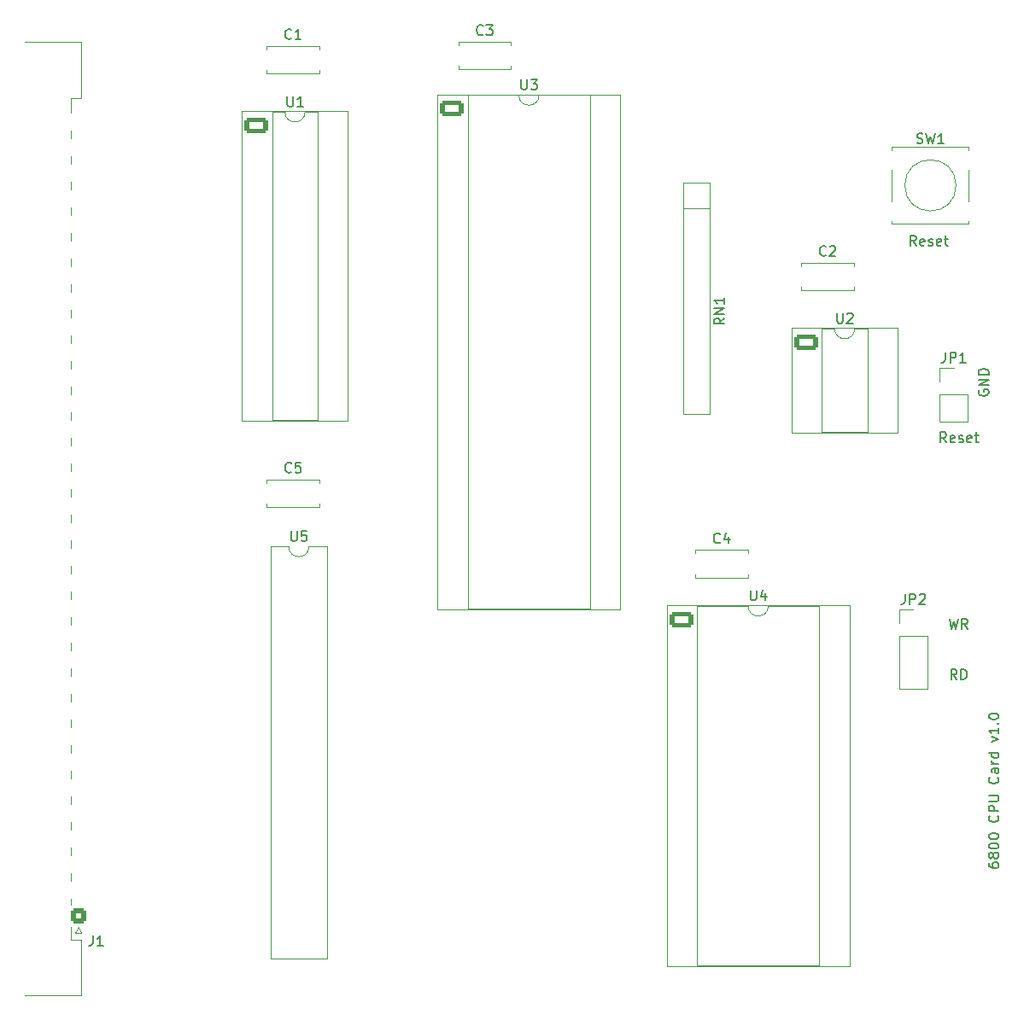
<source format=gto>
G04 #@! TF.GenerationSoftware,KiCad,Pcbnew,9.0.5*
G04 #@! TF.CreationDate,2025-12-18T09:10:18+11:00*
G04 #@! TF.ProjectId,MECB_6800_CPU,4d454342-5f36-4383-9030-5f4350552e6b,1.0*
G04 #@! TF.SameCoordinates,Original*
G04 #@! TF.FileFunction,Legend,Top*
G04 #@! TF.FilePolarity,Positive*
%FSLAX46Y46*%
G04 Gerber Fmt 4.6, Leading zero omitted, Abs format (unit mm)*
G04 Created by KiCad (PCBNEW 9.0.5) date 2025-12-18 09:10:18*
%MOMM*%
%LPD*%
G01*
G04 APERTURE LIST*
G04 Aperture macros list*
%AMRoundRect*
0 Rectangle with rounded corners*
0 $1 Rounding radius*
0 $2 $3 $4 $5 $6 $7 $8 $9 X,Y pos of 4 corners*
0 Add a 4 corners polygon primitive as box body*
4,1,4,$2,$3,$4,$5,$6,$7,$8,$9,$2,$3,0*
0 Add four circle primitives for the rounded corners*
1,1,$1+$1,$2,$3*
1,1,$1+$1,$4,$5*
1,1,$1+$1,$6,$7*
1,1,$1+$1,$8,$9*
0 Add four rect primitives between the rounded corners*
20,1,$1+$1,$2,$3,$4,$5,0*
20,1,$1+$1,$4,$5,$6,$7,0*
20,1,$1+$1,$6,$7,$8,$9,0*
20,1,$1+$1,$8,$9,$2,$3,0*%
G04 Aperture macros list end*
%ADD10C,0.150000*%
%ADD11C,0.120000*%
%ADD12R,1.600000X1.600000*%
%ADD13O,1.600000X1.600000*%
%ADD14C,3.200000*%
%ADD15C,2.850000*%
%ADD16RoundRect,0.249550X0.525450X-0.525450X0.525450X0.525450X-0.525450X0.525450X-0.525450X-0.525450X0*%
%ADD17C,1.550000*%
%ADD18RoundRect,0.250000X-0.950000X-0.550000X0.950000X-0.550000X0.950000X0.550000X-0.950000X0.550000X0*%
%ADD19O,2.400000X1.600000*%
%ADD20C,1.600000*%
%ADD21C,1.397000*%
%ADD22R,1.700000X1.700000*%
%ADD23C,1.700000*%
G04 APERTURE END LIST*
D10*
X187761904Y-88954819D02*
X187428571Y-88478628D01*
X187190476Y-88954819D02*
X187190476Y-87954819D01*
X187190476Y-87954819D02*
X187571428Y-87954819D01*
X187571428Y-87954819D02*
X187666666Y-88002438D01*
X187666666Y-88002438D02*
X187714285Y-88050057D01*
X187714285Y-88050057D02*
X187761904Y-88145295D01*
X187761904Y-88145295D02*
X187761904Y-88288152D01*
X187761904Y-88288152D02*
X187714285Y-88383390D01*
X187714285Y-88383390D02*
X187666666Y-88431009D01*
X187666666Y-88431009D02*
X187571428Y-88478628D01*
X187571428Y-88478628D02*
X187190476Y-88478628D01*
X188571428Y-88907200D02*
X188476190Y-88954819D01*
X188476190Y-88954819D02*
X188285714Y-88954819D01*
X188285714Y-88954819D02*
X188190476Y-88907200D01*
X188190476Y-88907200D02*
X188142857Y-88811961D01*
X188142857Y-88811961D02*
X188142857Y-88431009D01*
X188142857Y-88431009D02*
X188190476Y-88335771D01*
X188190476Y-88335771D02*
X188285714Y-88288152D01*
X188285714Y-88288152D02*
X188476190Y-88288152D01*
X188476190Y-88288152D02*
X188571428Y-88335771D01*
X188571428Y-88335771D02*
X188619047Y-88431009D01*
X188619047Y-88431009D02*
X188619047Y-88526247D01*
X188619047Y-88526247D02*
X188142857Y-88621485D01*
X189000000Y-88907200D02*
X189095238Y-88954819D01*
X189095238Y-88954819D02*
X189285714Y-88954819D01*
X189285714Y-88954819D02*
X189380952Y-88907200D01*
X189380952Y-88907200D02*
X189428571Y-88811961D01*
X189428571Y-88811961D02*
X189428571Y-88764342D01*
X189428571Y-88764342D02*
X189380952Y-88669104D01*
X189380952Y-88669104D02*
X189285714Y-88621485D01*
X189285714Y-88621485D02*
X189142857Y-88621485D01*
X189142857Y-88621485D02*
X189047619Y-88573866D01*
X189047619Y-88573866D02*
X189000000Y-88478628D01*
X189000000Y-88478628D02*
X189000000Y-88431009D01*
X189000000Y-88431009D02*
X189047619Y-88335771D01*
X189047619Y-88335771D02*
X189142857Y-88288152D01*
X189142857Y-88288152D02*
X189285714Y-88288152D01*
X189285714Y-88288152D02*
X189380952Y-88335771D01*
X190238095Y-88907200D02*
X190142857Y-88954819D01*
X190142857Y-88954819D02*
X189952381Y-88954819D01*
X189952381Y-88954819D02*
X189857143Y-88907200D01*
X189857143Y-88907200D02*
X189809524Y-88811961D01*
X189809524Y-88811961D02*
X189809524Y-88431009D01*
X189809524Y-88431009D02*
X189857143Y-88335771D01*
X189857143Y-88335771D02*
X189952381Y-88288152D01*
X189952381Y-88288152D02*
X190142857Y-88288152D01*
X190142857Y-88288152D02*
X190238095Y-88335771D01*
X190238095Y-88335771D02*
X190285714Y-88431009D01*
X190285714Y-88431009D02*
X190285714Y-88526247D01*
X190285714Y-88526247D02*
X189809524Y-88621485D01*
X190571429Y-88288152D02*
X190952381Y-88288152D01*
X190714286Y-87954819D02*
X190714286Y-88811961D01*
X190714286Y-88811961D02*
X190761905Y-88907200D01*
X190761905Y-88907200D02*
X190857143Y-88954819D01*
X190857143Y-88954819D02*
X190952381Y-88954819D01*
X191002438Y-83761904D02*
X190954819Y-83857142D01*
X190954819Y-83857142D02*
X190954819Y-83999999D01*
X190954819Y-83999999D02*
X191002438Y-84142856D01*
X191002438Y-84142856D02*
X191097676Y-84238094D01*
X191097676Y-84238094D02*
X191192914Y-84285713D01*
X191192914Y-84285713D02*
X191383390Y-84333332D01*
X191383390Y-84333332D02*
X191526247Y-84333332D01*
X191526247Y-84333332D02*
X191716723Y-84285713D01*
X191716723Y-84285713D02*
X191811961Y-84238094D01*
X191811961Y-84238094D02*
X191907200Y-84142856D01*
X191907200Y-84142856D02*
X191954819Y-83999999D01*
X191954819Y-83999999D02*
X191954819Y-83904761D01*
X191954819Y-83904761D02*
X191907200Y-83761904D01*
X191907200Y-83761904D02*
X191859580Y-83714285D01*
X191859580Y-83714285D02*
X191526247Y-83714285D01*
X191526247Y-83714285D02*
X191526247Y-83904761D01*
X191954819Y-83285713D02*
X190954819Y-83285713D01*
X190954819Y-83285713D02*
X191954819Y-82714285D01*
X191954819Y-82714285D02*
X190954819Y-82714285D01*
X191954819Y-82238094D02*
X190954819Y-82238094D01*
X190954819Y-82238094D02*
X190954819Y-81999999D01*
X190954819Y-81999999D02*
X191002438Y-81857142D01*
X191002438Y-81857142D02*
X191097676Y-81761904D01*
X191097676Y-81761904D02*
X191192914Y-81714285D01*
X191192914Y-81714285D02*
X191383390Y-81666666D01*
X191383390Y-81666666D02*
X191526247Y-81666666D01*
X191526247Y-81666666D02*
X191716723Y-81714285D01*
X191716723Y-81714285D02*
X191811961Y-81761904D01*
X191811961Y-81761904D02*
X191907200Y-81857142D01*
X191907200Y-81857142D02*
X191954819Y-81999999D01*
X191954819Y-81999999D02*
X191954819Y-82238094D01*
X188071429Y-106454819D02*
X188309524Y-107454819D01*
X188309524Y-107454819D02*
X188500000Y-106740533D01*
X188500000Y-106740533D02*
X188690476Y-107454819D01*
X188690476Y-107454819D02*
X188928572Y-106454819D01*
X189880952Y-107454819D02*
X189547619Y-106978628D01*
X189309524Y-107454819D02*
X189309524Y-106454819D01*
X189309524Y-106454819D02*
X189690476Y-106454819D01*
X189690476Y-106454819D02*
X189785714Y-106502438D01*
X189785714Y-106502438D02*
X189833333Y-106550057D01*
X189833333Y-106550057D02*
X189880952Y-106645295D01*
X189880952Y-106645295D02*
X189880952Y-106788152D01*
X189880952Y-106788152D02*
X189833333Y-106883390D01*
X189833333Y-106883390D02*
X189785714Y-106931009D01*
X189785714Y-106931009D02*
X189690476Y-106978628D01*
X189690476Y-106978628D02*
X189309524Y-106978628D01*
X184761904Y-69454819D02*
X184428571Y-68978628D01*
X184190476Y-69454819D02*
X184190476Y-68454819D01*
X184190476Y-68454819D02*
X184571428Y-68454819D01*
X184571428Y-68454819D02*
X184666666Y-68502438D01*
X184666666Y-68502438D02*
X184714285Y-68550057D01*
X184714285Y-68550057D02*
X184761904Y-68645295D01*
X184761904Y-68645295D02*
X184761904Y-68788152D01*
X184761904Y-68788152D02*
X184714285Y-68883390D01*
X184714285Y-68883390D02*
X184666666Y-68931009D01*
X184666666Y-68931009D02*
X184571428Y-68978628D01*
X184571428Y-68978628D02*
X184190476Y-68978628D01*
X185571428Y-69407200D02*
X185476190Y-69454819D01*
X185476190Y-69454819D02*
X185285714Y-69454819D01*
X185285714Y-69454819D02*
X185190476Y-69407200D01*
X185190476Y-69407200D02*
X185142857Y-69311961D01*
X185142857Y-69311961D02*
X185142857Y-68931009D01*
X185142857Y-68931009D02*
X185190476Y-68835771D01*
X185190476Y-68835771D02*
X185285714Y-68788152D01*
X185285714Y-68788152D02*
X185476190Y-68788152D01*
X185476190Y-68788152D02*
X185571428Y-68835771D01*
X185571428Y-68835771D02*
X185619047Y-68931009D01*
X185619047Y-68931009D02*
X185619047Y-69026247D01*
X185619047Y-69026247D02*
X185142857Y-69121485D01*
X186000000Y-69407200D02*
X186095238Y-69454819D01*
X186095238Y-69454819D02*
X186285714Y-69454819D01*
X186285714Y-69454819D02*
X186380952Y-69407200D01*
X186380952Y-69407200D02*
X186428571Y-69311961D01*
X186428571Y-69311961D02*
X186428571Y-69264342D01*
X186428571Y-69264342D02*
X186380952Y-69169104D01*
X186380952Y-69169104D02*
X186285714Y-69121485D01*
X186285714Y-69121485D02*
X186142857Y-69121485D01*
X186142857Y-69121485D02*
X186047619Y-69073866D01*
X186047619Y-69073866D02*
X186000000Y-68978628D01*
X186000000Y-68978628D02*
X186000000Y-68931009D01*
X186000000Y-68931009D02*
X186047619Y-68835771D01*
X186047619Y-68835771D02*
X186142857Y-68788152D01*
X186142857Y-68788152D02*
X186285714Y-68788152D01*
X186285714Y-68788152D02*
X186380952Y-68835771D01*
X187238095Y-69407200D02*
X187142857Y-69454819D01*
X187142857Y-69454819D02*
X186952381Y-69454819D01*
X186952381Y-69454819D02*
X186857143Y-69407200D01*
X186857143Y-69407200D02*
X186809524Y-69311961D01*
X186809524Y-69311961D02*
X186809524Y-68931009D01*
X186809524Y-68931009D02*
X186857143Y-68835771D01*
X186857143Y-68835771D02*
X186952381Y-68788152D01*
X186952381Y-68788152D02*
X187142857Y-68788152D01*
X187142857Y-68788152D02*
X187238095Y-68835771D01*
X187238095Y-68835771D02*
X187285714Y-68931009D01*
X187285714Y-68931009D02*
X187285714Y-69026247D01*
X187285714Y-69026247D02*
X186809524Y-69121485D01*
X187571429Y-68788152D02*
X187952381Y-68788152D01*
X187714286Y-68454819D02*
X187714286Y-69311961D01*
X187714286Y-69311961D02*
X187761905Y-69407200D01*
X187761905Y-69407200D02*
X187857143Y-69454819D01*
X187857143Y-69454819D02*
X187952381Y-69454819D01*
X188809523Y-112454819D02*
X188476190Y-111978628D01*
X188238095Y-112454819D02*
X188238095Y-111454819D01*
X188238095Y-111454819D02*
X188619047Y-111454819D01*
X188619047Y-111454819D02*
X188714285Y-111502438D01*
X188714285Y-111502438D02*
X188761904Y-111550057D01*
X188761904Y-111550057D02*
X188809523Y-111645295D01*
X188809523Y-111645295D02*
X188809523Y-111788152D01*
X188809523Y-111788152D02*
X188761904Y-111883390D01*
X188761904Y-111883390D02*
X188714285Y-111931009D01*
X188714285Y-111931009D02*
X188619047Y-111978628D01*
X188619047Y-111978628D02*
X188238095Y-111978628D01*
X189238095Y-112454819D02*
X189238095Y-111454819D01*
X189238095Y-111454819D02*
X189476190Y-111454819D01*
X189476190Y-111454819D02*
X189619047Y-111502438D01*
X189619047Y-111502438D02*
X189714285Y-111597676D01*
X189714285Y-111597676D02*
X189761904Y-111692914D01*
X189761904Y-111692914D02*
X189809523Y-111883390D01*
X189809523Y-111883390D02*
X189809523Y-112026247D01*
X189809523Y-112026247D02*
X189761904Y-112216723D01*
X189761904Y-112216723D02*
X189714285Y-112311961D01*
X189714285Y-112311961D02*
X189619047Y-112407200D01*
X189619047Y-112407200D02*
X189476190Y-112454819D01*
X189476190Y-112454819D02*
X189238095Y-112454819D01*
X191954819Y-130690476D02*
X191954819Y-130880952D01*
X191954819Y-130880952D02*
X192002438Y-130976190D01*
X192002438Y-130976190D02*
X192050057Y-131023809D01*
X192050057Y-131023809D02*
X192192914Y-131119047D01*
X192192914Y-131119047D02*
X192383390Y-131166666D01*
X192383390Y-131166666D02*
X192764342Y-131166666D01*
X192764342Y-131166666D02*
X192859580Y-131119047D01*
X192859580Y-131119047D02*
X192907200Y-131071428D01*
X192907200Y-131071428D02*
X192954819Y-130976190D01*
X192954819Y-130976190D02*
X192954819Y-130785714D01*
X192954819Y-130785714D02*
X192907200Y-130690476D01*
X192907200Y-130690476D02*
X192859580Y-130642857D01*
X192859580Y-130642857D02*
X192764342Y-130595238D01*
X192764342Y-130595238D02*
X192526247Y-130595238D01*
X192526247Y-130595238D02*
X192431009Y-130642857D01*
X192431009Y-130642857D02*
X192383390Y-130690476D01*
X192383390Y-130690476D02*
X192335771Y-130785714D01*
X192335771Y-130785714D02*
X192335771Y-130976190D01*
X192335771Y-130976190D02*
X192383390Y-131071428D01*
X192383390Y-131071428D02*
X192431009Y-131119047D01*
X192431009Y-131119047D02*
X192526247Y-131166666D01*
X192383390Y-130023809D02*
X192335771Y-130119047D01*
X192335771Y-130119047D02*
X192288152Y-130166666D01*
X192288152Y-130166666D02*
X192192914Y-130214285D01*
X192192914Y-130214285D02*
X192145295Y-130214285D01*
X192145295Y-130214285D02*
X192050057Y-130166666D01*
X192050057Y-130166666D02*
X192002438Y-130119047D01*
X192002438Y-130119047D02*
X191954819Y-130023809D01*
X191954819Y-130023809D02*
X191954819Y-129833333D01*
X191954819Y-129833333D02*
X192002438Y-129738095D01*
X192002438Y-129738095D02*
X192050057Y-129690476D01*
X192050057Y-129690476D02*
X192145295Y-129642857D01*
X192145295Y-129642857D02*
X192192914Y-129642857D01*
X192192914Y-129642857D02*
X192288152Y-129690476D01*
X192288152Y-129690476D02*
X192335771Y-129738095D01*
X192335771Y-129738095D02*
X192383390Y-129833333D01*
X192383390Y-129833333D02*
X192383390Y-130023809D01*
X192383390Y-130023809D02*
X192431009Y-130119047D01*
X192431009Y-130119047D02*
X192478628Y-130166666D01*
X192478628Y-130166666D02*
X192573866Y-130214285D01*
X192573866Y-130214285D02*
X192764342Y-130214285D01*
X192764342Y-130214285D02*
X192859580Y-130166666D01*
X192859580Y-130166666D02*
X192907200Y-130119047D01*
X192907200Y-130119047D02*
X192954819Y-130023809D01*
X192954819Y-130023809D02*
X192954819Y-129833333D01*
X192954819Y-129833333D02*
X192907200Y-129738095D01*
X192907200Y-129738095D02*
X192859580Y-129690476D01*
X192859580Y-129690476D02*
X192764342Y-129642857D01*
X192764342Y-129642857D02*
X192573866Y-129642857D01*
X192573866Y-129642857D02*
X192478628Y-129690476D01*
X192478628Y-129690476D02*
X192431009Y-129738095D01*
X192431009Y-129738095D02*
X192383390Y-129833333D01*
X191954819Y-129023809D02*
X191954819Y-128928571D01*
X191954819Y-128928571D02*
X192002438Y-128833333D01*
X192002438Y-128833333D02*
X192050057Y-128785714D01*
X192050057Y-128785714D02*
X192145295Y-128738095D01*
X192145295Y-128738095D02*
X192335771Y-128690476D01*
X192335771Y-128690476D02*
X192573866Y-128690476D01*
X192573866Y-128690476D02*
X192764342Y-128738095D01*
X192764342Y-128738095D02*
X192859580Y-128785714D01*
X192859580Y-128785714D02*
X192907200Y-128833333D01*
X192907200Y-128833333D02*
X192954819Y-128928571D01*
X192954819Y-128928571D02*
X192954819Y-129023809D01*
X192954819Y-129023809D02*
X192907200Y-129119047D01*
X192907200Y-129119047D02*
X192859580Y-129166666D01*
X192859580Y-129166666D02*
X192764342Y-129214285D01*
X192764342Y-129214285D02*
X192573866Y-129261904D01*
X192573866Y-129261904D02*
X192335771Y-129261904D01*
X192335771Y-129261904D02*
X192145295Y-129214285D01*
X192145295Y-129214285D02*
X192050057Y-129166666D01*
X192050057Y-129166666D02*
X192002438Y-129119047D01*
X192002438Y-129119047D02*
X191954819Y-129023809D01*
X191954819Y-128071428D02*
X191954819Y-127976190D01*
X191954819Y-127976190D02*
X192002438Y-127880952D01*
X192002438Y-127880952D02*
X192050057Y-127833333D01*
X192050057Y-127833333D02*
X192145295Y-127785714D01*
X192145295Y-127785714D02*
X192335771Y-127738095D01*
X192335771Y-127738095D02*
X192573866Y-127738095D01*
X192573866Y-127738095D02*
X192764342Y-127785714D01*
X192764342Y-127785714D02*
X192859580Y-127833333D01*
X192859580Y-127833333D02*
X192907200Y-127880952D01*
X192907200Y-127880952D02*
X192954819Y-127976190D01*
X192954819Y-127976190D02*
X192954819Y-128071428D01*
X192954819Y-128071428D02*
X192907200Y-128166666D01*
X192907200Y-128166666D02*
X192859580Y-128214285D01*
X192859580Y-128214285D02*
X192764342Y-128261904D01*
X192764342Y-128261904D02*
X192573866Y-128309523D01*
X192573866Y-128309523D02*
X192335771Y-128309523D01*
X192335771Y-128309523D02*
X192145295Y-128261904D01*
X192145295Y-128261904D02*
X192050057Y-128214285D01*
X192050057Y-128214285D02*
X192002438Y-128166666D01*
X192002438Y-128166666D02*
X191954819Y-128071428D01*
X192859580Y-125976190D02*
X192907200Y-126023809D01*
X192907200Y-126023809D02*
X192954819Y-126166666D01*
X192954819Y-126166666D02*
X192954819Y-126261904D01*
X192954819Y-126261904D02*
X192907200Y-126404761D01*
X192907200Y-126404761D02*
X192811961Y-126499999D01*
X192811961Y-126499999D02*
X192716723Y-126547618D01*
X192716723Y-126547618D02*
X192526247Y-126595237D01*
X192526247Y-126595237D02*
X192383390Y-126595237D01*
X192383390Y-126595237D02*
X192192914Y-126547618D01*
X192192914Y-126547618D02*
X192097676Y-126499999D01*
X192097676Y-126499999D02*
X192002438Y-126404761D01*
X192002438Y-126404761D02*
X191954819Y-126261904D01*
X191954819Y-126261904D02*
X191954819Y-126166666D01*
X191954819Y-126166666D02*
X192002438Y-126023809D01*
X192002438Y-126023809D02*
X192050057Y-125976190D01*
X192954819Y-125547618D02*
X191954819Y-125547618D01*
X191954819Y-125547618D02*
X191954819Y-125166666D01*
X191954819Y-125166666D02*
X192002438Y-125071428D01*
X192002438Y-125071428D02*
X192050057Y-125023809D01*
X192050057Y-125023809D02*
X192145295Y-124976190D01*
X192145295Y-124976190D02*
X192288152Y-124976190D01*
X192288152Y-124976190D02*
X192383390Y-125023809D01*
X192383390Y-125023809D02*
X192431009Y-125071428D01*
X192431009Y-125071428D02*
X192478628Y-125166666D01*
X192478628Y-125166666D02*
X192478628Y-125547618D01*
X191954819Y-124547618D02*
X192764342Y-124547618D01*
X192764342Y-124547618D02*
X192859580Y-124499999D01*
X192859580Y-124499999D02*
X192907200Y-124452380D01*
X192907200Y-124452380D02*
X192954819Y-124357142D01*
X192954819Y-124357142D02*
X192954819Y-124166666D01*
X192954819Y-124166666D02*
X192907200Y-124071428D01*
X192907200Y-124071428D02*
X192859580Y-124023809D01*
X192859580Y-124023809D02*
X192764342Y-123976190D01*
X192764342Y-123976190D02*
X191954819Y-123976190D01*
X192859580Y-122166666D02*
X192907200Y-122214285D01*
X192907200Y-122214285D02*
X192954819Y-122357142D01*
X192954819Y-122357142D02*
X192954819Y-122452380D01*
X192954819Y-122452380D02*
X192907200Y-122595237D01*
X192907200Y-122595237D02*
X192811961Y-122690475D01*
X192811961Y-122690475D02*
X192716723Y-122738094D01*
X192716723Y-122738094D02*
X192526247Y-122785713D01*
X192526247Y-122785713D02*
X192383390Y-122785713D01*
X192383390Y-122785713D02*
X192192914Y-122738094D01*
X192192914Y-122738094D02*
X192097676Y-122690475D01*
X192097676Y-122690475D02*
X192002438Y-122595237D01*
X192002438Y-122595237D02*
X191954819Y-122452380D01*
X191954819Y-122452380D02*
X191954819Y-122357142D01*
X191954819Y-122357142D02*
X192002438Y-122214285D01*
X192002438Y-122214285D02*
X192050057Y-122166666D01*
X192954819Y-121309523D02*
X192431009Y-121309523D01*
X192431009Y-121309523D02*
X192335771Y-121357142D01*
X192335771Y-121357142D02*
X192288152Y-121452380D01*
X192288152Y-121452380D02*
X192288152Y-121642856D01*
X192288152Y-121642856D02*
X192335771Y-121738094D01*
X192907200Y-121309523D02*
X192954819Y-121404761D01*
X192954819Y-121404761D02*
X192954819Y-121642856D01*
X192954819Y-121642856D02*
X192907200Y-121738094D01*
X192907200Y-121738094D02*
X192811961Y-121785713D01*
X192811961Y-121785713D02*
X192716723Y-121785713D01*
X192716723Y-121785713D02*
X192621485Y-121738094D01*
X192621485Y-121738094D02*
X192573866Y-121642856D01*
X192573866Y-121642856D02*
X192573866Y-121404761D01*
X192573866Y-121404761D02*
X192526247Y-121309523D01*
X192954819Y-120833332D02*
X192288152Y-120833332D01*
X192478628Y-120833332D02*
X192383390Y-120785713D01*
X192383390Y-120785713D02*
X192335771Y-120738094D01*
X192335771Y-120738094D02*
X192288152Y-120642856D01*
X192288152Y-120642856D02*
X192288152Y-120547618D01*
X192954819Y-119785713D02*
X191954819Y-119785713D01*
X192907200Y-119785713D02*
X192954819Y-119880951D01*
X192954819Y-119880951D02*
X192954819Y-120071427D01*
X192954819Y-120071427D02*
X192907200Y-120166665D01*
X192907200Y-120166665D02*
X192859580Y-120214284D01*
X192859580Y-120214284D02*
X192764342Y-120261903D01*
X192764342Y-120261903D02*
X192478628Y-120261903D01*
X192478628Y-120261903D02*
X192383390Y-120214284D01*
X192383390Y-120214284D02*
X192335771Y-120166665D01*
X192335771Y-120166665D02*
X192288152Y-120071427D01*
X192288152Y-120071427D02*
X192288152Y-119880951D01*
X192288152Y-119880951D02*
X192335771Y-119785713D01*
X192288152Y-118642855D02*
X192954819Y-118404760D01*
X192954819Y-118404760D02*
X192288152Y-118166665D01*
X192954819Y-117261903D02*
X192954819Y-117833331D01*
X192954819Y-117547617D02*
X191954819Y-117547617D01*
X191954819Y-117547617D02*
X192097676Y-117642855D01*
X192097676Y-117642855D02*
X192192914Y-117738093D01*
X192192914Y-117738093D02*
X192240533Y-117833331D01*
X192859580Y-116833331D02*
X192907200Y-116785712D01*
X192907200Y-116785712D02*
X192954819Y-116833331D01*
X192954819Y-116833331D02*
X192907200Y-116880950D01*
X192907200Y-116880950D02*
X192859580Y-116833331D01*
X192859580Y-116833331D02*
X192954819Y-116833331D01*
X191954819Y-116166665D02*
X191954819Y-116071427D01*
X191954819Y-116071427D02*
X192002438Y-115976189D01*
X192002438Y-115976189D02*
X192050057Y-115928570D01*
X192050057Y-115928570D02*
X192145295Y-115880951D01*
X192145295Y-115880951D02*
X192335771Y-115833332D01*
X192335771Y-115833332D02*
X192573866Y-115833332D01*
X192573866Y-115833332D02*
X192764342Y-115880951D01*
X192764342Y-115880951D02*
X192859580Y-115928570D01*
X192859580Y-115928570D02*
X192907200Y-115976189D01*
X192907200Y-115976189D02*
X192954819Y-116071427D01*
X192954819Y-116071427D02*
X192954819Y-116166665D01*
X192954819Y-116166665D02*
X192907200Y-116261903D01*
X192907200Y-116261903D02*
X192859580Y-116309522D01*
X192859580Y-116309522D02*
X192764342Y-116357141D01*
X192764342Y-116357141D02*
X192573866Y-116404760D01*
X192573866Y-116404760D02*
X192335771Y-116404760D01*
X192335771Y-116404760D02*
X192145295Y-116357141D01*
X192145295Y-116357141D02*
X192050057Y-116309522D01*
X192050057Y-116309522D02*
X192002438Y-116261903D01*
X192002438Y-116261903D02*
X191954819Y-116166665D01*
X122808095Y-97744819D02*
X122808095Y-98554342D01*
X122808095Y-98554342D02*
X122855714Y-98649580D01*
X122855714Y-98649580D02*
X122903333Y-98697200D01*
X122903333Y-98697200D02*
X122998571Y-98744819D01*
X122998571Y-98744819D02*
X123189047Y-98744819D01*
X123189047Y-98744819D02*
X123284285Y-98697200D01*
X123284285Y-98697200D02*
X123331904Y-98649580D01*
X123331904Y-98649580D02*
X123379523Y-98554342D01*
X123379523Y-98554342D02*
X123379523Y-97744819D01*
X124331904Y-97744819D02*
X123855714Y-97744819D01*
X123855714Y-97744819D02*
X123808095Y-98221009D01*
X123808095Y-98221009D02*
X123855714Y-98173390D01*
X123855714Y-98173390D02*
X123950952Y-98125771D01*
X123950952Y-98125771D02*
X124189047Y-98125771D01*
X124189047Y-98125771D02*
X124284285Y-98173390D01*
X124284285Y-98173390D02*
X124331904Y-98221009D01*
X124331904Y-98221009D02*
X124379523Y-98316247D01*
X124379523Y-98316247D02*
X124379523Y-98554342D01*
X124379523Y-98554342D02*
X124331904Y-98649580D01*
X124331904Y-98649580D02*
X124284285Y-98697200D01*
X124284285Y-98697200D02*
X124189047Y-98744819D01*
X124189047Y-98744819D02*
X123950952Y-98744819D01*
X123950952Y-98744819D02*
X123855714Y-98697200D01*
X123855714Y-98697200D02*
X123808095Y-98649580D01*
X103171666Y-137884819D02*
X103171666Y-138599104D01*
X103171666Y-138599104D02*
X103124047Y-138741961D01*
X103124047Y-138741961D02*
X103028809Y-138837200D01*
X103028809Y-138837200D02*
X102885952Y-138884819D01*
X102885952Y-138884819D02*
X102790714Y-138884819D01*
X104171666Y-138884819D02*
X103600238Y-138884819D01*
X103885952Y-138884819D02*
X103885952Y-137884819D01*
X103885952Y-137884819D02*
X103790714Y-138027676D01*
X103790714Y-138027676D02*
X103695476Y-138122914D01*
X103695476Y-138122914D02*
X103600238Y-138170533D01*
X168358095Y-103624819D02*
X168358095Y-104434342D01*
X168358095Y-104434342D02*
X168405714Y-104529580D01*
X168405714Y-104529580D02*
X168453333Y-104577200D01*
X168453333Y-104577200D02*
X168548571Y-104624819D01*
X168548571Y-104624819D02*
X168739047Y-104624819D01*
X168739047Y-104624819D02*
X168834285Y-104577200D01*
X168834285Y-104577200D02*
X168881904Y-104529580D01*
X168881904Y-104529580D02*
X168929523Y-104434342D01*
X168929523Y-104434342D02*
X168929523Y-103624819D01*
X169834285Y-103958152D02*
X169834285Y-104624819D01*
X169596190Y-103577200D02*
X169358095Y-104291485D01*
X169358095Y-104291485D02*
X169977142Y-104291485D01*
X176928095Y-76124819D02*
X176928095Y-76934342D01*
X176928095Y-76934342D02*
X176975714Y-77029580D01*
X176975714Y-77029580D02*
X177023333Y-77077200D01*
X177023333Y-77077200D02*
X177118571Y-77124819D01*
X177118571Y-77124819D02*
X177309047Y-77124819D01*
X177309047Y-77124819D02*
X177404285Y-77077200D01*
X177404285Y-77077200D02*
X177451904Y-77029580D01*
X177451904Y-77029580D02*
X177499523Y-76934342D01*
X177499523Y-76934342D02*
X177499523Y-76124819D01*
X177928095Y-76220057D02*
X177975714Y-76172438D01*
X177975714Y-76172438D02*
X178070952Y-76124819D01*
X178070952Y-76124819D02*
X178309047Y-76124819D01*
X178309047Y-76124819D02*
X178404285Y-76172438D01*
X178404285Y-76172438D02*
X178451904Y-76220057D01*
X178451904Y-76220057D02*
X178499523Y-76315295D01*
X178499523Y-76315295D02*
X178499523Y-76410533D01*
X178499523Y-76410533D02*
X178451904Y-76553390D01*
X178451904Y-76553390D02*
X177880476Y-77124819D01*
X177880476Y-77124819D02*
X178499523Y-77124819D01*
X141833333Y-48459580D02*
X141785714Y-48507200D01*
X141785714Y-48507200D02*
X141642857Y-48554819D01*
X141642857Y-48554819D02*
X141547619Y-48554819D01*
X141547619Y-48554819D02*
X141404762Y-48507200D01*
X141404762Y-48507200D02*
X141309524Y-48411961D01*
X141309524Y-48411961D02*
X141261905Y-48316723D01*
X141261905Y-48316723D02*
X141214286Y-48126247D01*
X141214286Y-48126247D02*
X141214286Y-47983390D01*
X141214286Y-47983390D02*
X141261905Y-47792914D01*
X141261905Y-47792914D02*
X141309524Y-47697676D01*
X141309524Y-47697676D02*
X141404762Y-47602438D01*
X141404762Y-47602438D02*
X141547619Y-47554819D01*
X141547619Y-47554819D02*
X141642857Y-47554819D01*
X141642857Y-47554819D02*
X141785714Y-47602438D01*
X141785714Y-47602438D02*
X141833333Y-47650057D01*
X142166667Y-47554819D02*
X142785714Y-47554819D01*
X142785714Y-47554819D02*
X142452381Y-47935771D01*
X142452381Y-47935771D02*
X142595238Y-47935771D01*
X142595238Y-47935771D02*
X142690476Y-47983390D01*
X142690476Y-47983390D02*
X142738095Y-48031009D01*
X142738095Y-48031009D02*
X142785714Y-48126247D01*
X142785714Y-48126247D02*
X142785714Y-48364342D01*
X142785714Y-48364342D02*
X142738095Y-48459580D01*
X142738095Y-48459580D02*
X142690476Y-48507200D01*
X142690476Y-48507200D02*
X142595238Y-48554819D01*
X142595238Y-48554819D02*
X142309524Y-48554819D01*
X142309524Y-48554819D02*
X142214286Y-48507200D01*
X142214286Y-48507200D02*
X142166667Y-48459580D01*
X122833333Y-48859580D02*
X122785714Y-48907200D01*
X122785714Y-48907200D02*
X122642857Y-48954819D01*
X122642857Y-48954819D02*
X122547619Y-48954819D01*
X122547619Y-48954819D02*
X122404762Y-48907200D01*
X122404762Y-48907200D02*
X122309524Y-48811961D01*
X122309524Y-48811961D02*
X122261905Y-48716723D01*
X122261905Y-48716723D02*
X122214286Y-48526247D01*
X122214286Y-48526247D02*
X122214286Y-48383390D01*
X122214286Y-48383390D02*
X122261905Y-48192914D01*
X122261905Y-48192914D02*
X122309524Y-48097676D01*
X122309524Y-48097676D02*
X122404762Y-48002438D01*
X122404762Y-48002438D02*
X122547619Y-47954819D01*
X122547619Y-47954819D02*
X122642857Y-47954819D01*
X122642857Y-47954819D02*
X122785714Y-48002438D01*
X122785714Y-48002438D02*
X122833333Y-48050057D01*
X123785714Y-48954819D02*
X123214286Y-48954819D01*
X123500000Y-48954819D02*
X123500000Y-47954819D01*
X123500000Y-47954819D02*
X123404762Y-48097676D01*
X123404762Y-48097676D02*
X123309524Y-48192914D01*
X123309524Y-48192914D02*
X123214286Y-48240533D01*
X145618095Y-52964819D02*
X145618095Y-53774342D01*
X145618095Y-53774342D02*
X145665714Y-53869580D01*
X145665714Y-53869580D02*
X145713333Y-53917200D01*
X145713333Y-53917200D02*
X145808571Y-53964819D01*
X145808571Y-53964819D02*
X145999047Y-53964819D01*
X145999047Y-53964819D02*
X146094285Y-53917200D01*
X146094285Y-53917200D02*
X146141904Y-53869580D01*
X146141904Y-53869580D02*
X146189523Y-53774342D01*
X146189523Y-53774342D02*
X146189523Y-52964819D01*
X146570476Y-52964819D02*
X147189523Y-52964819D01*
X147189523Y-52964819D02*
X146856190Y-53345771D01*
X146856190Y-53345771D02*
X146999047Y-53345771D01*
X146999047Y-53345771D02*
X147094285Y-53393390D01*
X147094285Y-53393390D02*
X147141904Y-53441009D01*
X147141904Y-53441009D02*
X147189523Y-53536247D01*
X147189523Y-53536247D02*
X147189523Y-53774342D01*
X147189523Y-53774342D02*
X147141904Y-53869580D01*
X147141904Y-53869580D02*
X147094285Y-53917200D01*
X147094285Y-53917200D02*
X146999047Y-53964819D01*
X146999047Y-53964819D02*
X146713333Y-53964819D01*
X146713333Y-53964819D02*
X146618095Y-53917200D01*
X146618095Y-53917200D02*
X146570476Y-53869580D01*
X184856667Y-59247200D02*
X184999524Y-59294819D01*
X184999524Y-59294819D02*
X185237619Y-59294819D01*
X185237619Y-59294819D02*
X185332857Y-59247200D01*
X185332857Y-59247200D02*
X185380476Y-59199580D01*
X185380476Y-59199580D02*
X185428095Y-59104342D01*
X185428095Y-59104342D02*
X185428095Y-59009104D01*
X185428095Y-59009104D02*
X185380476Y-58913866D01*
X185380476Y-58913866D02*
X185332857Y-58866247D01*
X185332857Y-58866247D02*
X185237619Y-58818628D01*
X185237619Y-58818628D02*
X185047143Y-58771009D01*
X185047143Y-58771009D02*
X184951905Y-58723390D01*
X184951905Y-58723390D02*
X184904286Y-58675771D01*
X184904286Y-58675771D02*
X184856667Y-58580533D01*
X184856667Y-58580533D02*
X184856667Y-58485295D01*
X184856667Y-58485295D02*
X184904286Y-58390057D01*
X184904286Y-58390057D02*
X184951905Y-58342438D01*
X184951905Y-58342438D02*
X185047143Y-58294819D01*
X185047143Y-58294819D02*
X185285238Y-58294819D01*
X185285238Y-58294819D02*
X185428095Y-58342438D01*
X185761429Y-58294819D02*
X185999524Y-59294819D01*
X185999524Y-59294819D02*
X186190000Y-58580533D01*
X186190000Y-58580533D02*
X186380476Y-59294819D01*
X186380476Y-59294819D02*
X186618572Y-58294819D01*
X187523333Y-59294819D02*
X186951905Y-59294819D01*
X187237619Y-59294819D02*
X187237619Y-58294819D01*
X187237619Y-58294819D02*
X187142381Y-58437676D01*
X187142381Y-58437676D02*
X187047143Y-58532914D01*
X187047143Y-58532914D02*
X186951905Y-58580533D01*
X175833333Y-70359580D02*
X175785714Y-70407200D01*
X175785714Y-70407200D02*
X175642857Y-70454819D01*
X175642857Y-70454819D02*
X175547619Y-70454819D01*
X175547619Y-70454819D02*
X175404762Y-70407200D01*
X175404762Y-70407200D02*
X175309524Y-70311961D01*
X175309524Y-70311961D02*
X175261905Y-70216723D01*
X175261905Y-70216723D02*
X175214286Y-70026247D01*
X175214286Y-70026247D02*
X175214286Y-69883390D01*
X175214286Y-69883390D02*
X175261905Y-69692914D01*
X175261905Y-69692914D02*
X175309524Y-69597676D01*
X175309524Y-69597676D02*
X175404762Y-69502438D01*
X175404762Y-69502438D02*
X175547619Y-69454819D01*
X175547619Y-69454819D02*
X175642857Y-69454819D01*
X175642857Y-69454819D02*
X175785714Y-69502438D01*
X175785714Y-69502438D02*
X175833333Y-69550057D01*
X176214286Y-69550057D02*
X176261905Y-69502438D01*
X176261905Y-69502438D02*
X176357143Y-69454819D01*
X176357143Y-69454819D02*
X176595238Y-69454819D01*
X176595238Y-69454819D02*
X176690476Y-69502438D01*
X176690476Y-69502438D02*
X176738095Y-69550057D01*
X176738095Y-69550057D02*
X176785714Y-69645295D01*
X176785714Y-69645295D02*
X176785714Y-69740533D01*
X176785714Y-69740533D02*
X176738095Y-69883390D01*
X176738095Y-69883390D02*
X176166667Y-70454819D01*
X176166667Y-70454819D02*
X176785714Y-70454819D01*
X183666666Y-103994819D02*
X183666666Y-104709104D01*
X183666666Y-104709104D02*
X183619047Y-104851961D01*
X183619047Y-104851961D02*
X183523809Y-104947200D01*
X183523809Y-104947200D02*
X183380952Y-104994819D01*
X183380952Y-104994819D02*
X183285714Y-104994819D01*
X184142857Y-104994819D02*
X184142857Y-103994819D01*
X184142857Y-103994819D02*
X184523809Y-103994819D01*
X184523809Y-103994819D02*
X184619047Y-104042438D01*
X184619047Y-104042438D02*
X184666666Y-104090057D01*
X184666666Y-104090057D02*
X184714285Y-104185295D01*
X184714285Y-104185295D02*
X184714285Y-104328152D01*
X184714285Y-104328152D02*
X184666666Y-104423390D01*
X184666666Y-104423390D02*
X184619047Y-104471009D01*
X184619047Y-104471009D02*
X184523809Y-104518628D01*
X184523809Y-104518628D02*
X184142857Y-104518628D01*
X185095238Y-104090057D02*
X185142857Y-104042438D01*
X185142857Y-104042438D02*
X185238095Y-103994819D01*
X185238095Y-103994819D02*
X185476190Y-103994819D01*
X185476190Y-103994819D02*
X185571428Y-104042438D01*
X185571428Y-104042438D02*
X185619047Y-104090057D01*
X185619047Y-104090057D02*
X185666666Y-104185295D01*
X185666666Y-104185295D02*
X185666666Y-104280533D01*
X185666666Y-104280533D02*
X185619047Y-104423390D01*
X185619047Y-104423390D02*
X185047619Y-104994819D01*
X185047619Y-104994819D02*
X185666666Y-104994819D01*
X187666666Y-80034819D02*
X187666666Y-80749104D01*
X187666666Y-80749104D02*
X187619047Y-80891961D01*
X187619047Y-80891961D02*
X187523809Y-80987200D01*
X187523809Y-80987200D02*
X187380952Y-81034819D01*
X187380952Y-81034819D02*
X187285714Y-81034819D01*
X188142857Y-81034819D02*
X188142857Y-80034819D01*
X188142857Y-80034819D02*
X188523809Y-80034819D01*
X188523809Y-80034819D02*
X188619047Y-80082438D01*
X188619047Y-80082438D02*
X188666666Y-80130057D01*
X188666666Y-80130057D02*
X188714285Y-80225295D01*
X188714285Y-80225295D02*
X188714285Y-80368152D01*
X188714285Y-80368152D02*
X188666666Y-80463390D01*
X188666666Y-80463390D02*
X188619047Y-80511009D01*
X188619047Y-80511009D02*
X188523809Y-80558628D01*
X188523809Y-80558628D02*
X188142857Y-80558628D01*
X189666666Y-81034819D02*
X189095238Y-81034819D01*
X189380952Y-81034819D02*
X189380952Y-80034819D01*
X189380952Y-80034819D02*
X189285714Y-80177676D01*
X189285714Y-80177676D02*
X189190476Y-80272914D01*
X189190476Y-80272914D02*
X189095238Y-80320533D01*
X122833333Y-91859580D02*
X122785714Y-91907200D01*
X122785714Y-91907200D02*
X122642857Y-91954819D01*
X122642857Y-91954819D02*
X122547619Y-91954819D01*
X122547619Y-91954819D02*
X122404762Y-91907200D01*
X122404762Y-91907200D02*
X122309524Y-91811961D01*
X122309524Y-91811961D02*
X122261905Y-91716723D01*
X122261905Y-91716723D02*
X122214286Y-91526247D01*
X122214286Y-91526247D02*
X122214286Y-91383390D01*
X122214286Y-91383390D02*
X122261905Y-91192914D01*
X122261905Y-91192914D02*
X122309524Y-91097676D01*
X122309524Y-91097676D02*
X122404762Y-91002438D01*
X122404762Y-91002438D02*
X122547619Y-90954819D01*
X122547619Y-90954819D02*
X122642857Y-90954819D01*
X122642857Y-90954819D02*
X122785714Y-91002438D01*
X122785714Y-91002438D02*
X122833333Y-91050057D01*
X123738095Y-90954819D02*
X123261905Y-90954819D01*
X123261905Y-90954819D02*
X123214286Y-91431009D01*
X123214286Y-91431009D02*
X123261905Y-91383390D01*
X123261905Y-91383390D02*
X123357143Y-91335771D01*
X123357143Y-91335771D02*
X123595238Y-91335771D01*
X123595238Y-91335771D02*
X123690476Y-91383390D01*
X123690476Y-91383390D02*
X123738095Y-91431009D01*
X123738095Y-91431009D02*
X123785714Y-91526247D01*
X123785714Y-91526247D02*
X123785714Y-91764342D01*
X123785714Y-91764342D02*
X123738095Y-91859580D01*
X123738095Y-91859580D02*
X123690476Y-91907200D01*
X123690476Y-91907200D02*
X123595238Y-91954819D01*
X123595238Y-91954819D02*
X123357143Y-91954819D01*
X123357143Y-91954819D02*
X123261905Y-91907200D01*
X123261905Y-91907200D02*
X123214286Y-91859580D01*
X165764819Y-76620476D02*
X165288628Y-76953809D01*
X165764819Y-77191904D02*
X164764819Y-77191904D01*
X164764819Y-77191904D02*
X164764819Y-76810952D01*
X164764819Y-76810952D02*
X164812438Y-76715714D01*
X164812438Y-76715714D02*
X164860057Y-76668095D01*
X164860057Y-76668095D02*
X164955295Y-76620476D01*
X164955295Y-76620476D02*
X165098152Y-76620476D01*
X165098152Y-76620476D02*
X165193390Y-76668095D01*
X165193390Y-76668095D02*
X165241009Y-76715714D01*
X165241009Y-76715714D02*
X165288628Y-76810952D01*
X165288628Y-76810952D02*
X165288628Y-77191904D01*
X165764819Y-76191904D02*
X164764819Y-76191904D01*
X164764819Y-76191904D02*
X165764819Y-75620476D01*
X165764819Y-75620476D02*
X164764819Y-75620476D01*
X165764819Y-74620476D02*
X165764819Y-75191904D01*
X165764819Y-74906190D02*
X164764819Y-74906190D01*
X164764819Y-74906190D02*
X164907676Y-75001428D01*
X164907676Y-75001428D02*
X165002914Y-75096666D01*
X165002914Y-75096666D02*
X165050533Y-75191904D01*
X165333333Y-98859580D02*
X165285714Y-98907200D01*
X165285714Y-98907200D02*
X165142857Y-98954819D01*
X165142857Y-98954819D02*
X165047619Y-98954819D01*
X165047619Y-98954819D02*
X164904762Y-98907200D01*
X164904762Y-98907200D02*
X164809524Y-98811961D01*
X164809524Y-98811961D02*
X164761905Y-98716723D01*
X164761905Y-98716723D02*
X164714286Y-98526247D01*
X164714286Y-98526247D02*
X164714286Y-98383390D01*
X164714286Y-98383390D02*
X164761905Y-98192914D01*
X164761905Y-98192914D02*
X164809524Y-98097676D01*
X164809524Y-98097676D02*
X164904762Y-98002438D01*
X164904762Y-98002438D02*
X165047619Y-97954819D01*
X165047619Y-97954819D02*
X165142857Y-97954819D01*
X165142857Y-97954819D02*
X165285714Y-98002438D01*
X165285714Y-98002438D02*
X165333333Y-98050057D01*
X166190476Y-98288152D02*
X166190476Y-98954819D01*
X165952381Y-97907200D02*
X165714286Y-98621485D01*
X165714286Y-98621485D02*
X166333333Y-98621485D01*
X122428095Y-54624819D02*
X122428095Y-55434342D01*
X122428095Y-55434342D02*
X122475714Y-55529580D01*
X122475714Y-55529580D02*
X122523333Y-55577200D01*
X122523333Y-55577200D02*
X122618571Y-55624819D01*
X122618571Y-55624819D02*
X122809047Y-55624819D01*
X122809047Y-55624819D02*
X122904285Y-55577200D01*
X122904285Y-55577200D02*
X122951904Y-55529580D01*
X122951904Y-55529580D02*
X122999523Y-55434342D01*
X122999523Y-55434342D02*
X122999523Y-54624819D01*
X123999523Y-55624819D02*
X123428095Y-55624819D01*
X123713809Y-55624819D02*
X123713809Y-54624819D01*
X123713809Y-54624819D02*
X123618571Y-54767676D01*
X123618571Y-54767676D02*
X123523333Y-54862914D01*
X123523333Y-54862914D02*
X123428095Y-54910533D01*
D11*
X120800000Y-99290000D02*
X120800000Y-140170000D01*
X120800000Y-140170000D02*
X126340000Y-140170000D01*
X122570000Y-99290000D02*
X120800000Y-99290000D01*
X126340000Y-99290000D02*
X124570000Y-99290000D01*
X126340000Y-140170000D02*
X126340000Y-99290000D01*
X124570000Y-99290000D02*
G75*
G02*
X122570000Y-99290000I-1000000J0D01*
G01*
X96427000Y-49260000D02*
X101987000Y-49260000D01*
X96427000Y-143780000D02*
X101987000Y-143780000D01*
X100987000Y-56280000D02*
X100987000Y-54780000D01*
X100987000Y-58820000D02*
X100987000Y-58019000D01*
X100987000Y-61360000D02*
X100987000Y-60559000D01*
X100987000Y-63900000D02*
X100987000Y-63099000D01*
X100987000Y-66440000D02*
X100987000Y-65639000D01*
X100987000Y-68980000D02*
X100987000Y-68179000D01*
X100987000Y-71520000D02*
X100987000Y-70719000D01*
X100987000Y-74060000D02*
X100987000Y-73259000D01*
X100987000Y-76600000D02*
X100987000Y-75799000D01*
X100987000Y-79140000D02*
X100987000Y-78339000D01*
X100987000Y-81680000D02*
X100987000Y-80879000D01*
X100987000Y-84220000D02*
X100987000Y-83419000D01*
X100987000Y-86760000D02*
X100987000Y-85959000D01*
X100987000Y-89300000D02*
X100987000Y-88499000D01*
X100987000Y-91840000D02*
X100987000Y-91039000D01*
X100987000Y-94380000D02*
X100987000Y-93579000D01*
X100987000Y-96920000D02*
X100987000Y-96119000D01*
X100987000Y-99460000D02*
X100987000Y-98659000D01*
X100987000Y-102000000D02*
X100987000Y-101199000D01*
X100987000Y-104540000D02*
X100987000Y-103739000D01*
X100987000Y-107080000D02*
X100987000Y-106279000D01*
X100987000Y-109620000D02*
X100987000Y-108819000D01*
X100987000Y-112160000D02*
X100987000Y-111359000D01*
X100987000Y-114700000D02*
X100987000Y-113899000D01*
X100987000Y-117240000D02*
X100987000Y-116439000D01*
X100987000Y-119780000D02*
X100987000Y-118979000D01*
X100987000Y-122320000D02*
X100987000Y-121519000D01*
X100987000Y-124860000D02*
X100987000Y-124059000D01*
X100987000Y-127400000D02*
X100987000Y-126599000D01*
X100987000Y-129940000D02*
X100987000Y-129139000D01*
X100987000Y-132480000D02*
X100987000Y-131679000D01*
X100987000Y-134795000D02*
X100987000Y-134219000D01*
X100987000Y-138261000D02*
X100987000Y-136985000D01*
X101427000Y-137585000D02*
X102027000Y-137585000D01*
X101727000Y-136985000D02*
X101427000Y-137585000D01*
X101987000Y-49260000D02*
X101987000Y-54780000D01*
X101987000Y-54780000D02*
X100987000Y-54780000D01*
X101987000Y-138260000D02*
X100987000Y-138260000D01*
X101987000Y-143780000D02*
X101987000Y-138260000D01*
X102027000Y-137585000D02*
X101727000Y-136985000D01*
X163060000Y-105170000D02*
X163060000Y-140850000D01*
X163060000Y-140850000D02*
X175180000Y-140850000D01*
X168120000Y-105170000D02*
X163060000Y-105170000D01*
X175180000Y-105170000D02*
X170120000Y-105170000D01*
X175180000Y-140850000D02*
X175180000Y-105170000D01*
X160060000Y-105110000D02*
X178180000Y-105110000D01*
X178180000Y-140910000D01*
X160060000Y-140910000D01*
X160060000Y-105110000D01*
X170120000Y-105170000D02*
G75*
G02*
X168120000Y-105170000I-1000000J0D01*
G01*
X175440000Y-77670000D02*
X175440000Y-87950000D01*
X175440000Y-87950000D02*
X179940000Y-87950000D01*
X176690000Y-77670000D02*
X175440000Y-77670000D01*
X179940000Y-77670000D02*
X178690000Y-77670000D01*
X179940000Y-87950000D02*
X179940000Y-77670000D01*
X172440000Y-77610000D02*
X182940000Y-77610000D01*
X182940000Y-88010000D01*
X172440000Y-88010000D01*
X172440000Y-77610000D01*
X178690000Y-77670000D02*
G75*
G02*
X176690000Y-77670000I-1000000J0D01*
G01*
X139380000Y-49230000D02*
X144620000Y-49230000D01*
X139380000Y-49567000D02*
X139380000Y-49230000D01*
X139380000Y-51970000D02*
X139380000Y-51633000D01*
X144620000Y-49230000D02*
X144620000Y-49567000D01*
X144620000Y-51633000D02*
X144620000Y-51970000D01*
X144620000Y-51970000D02*
X139380000Y-51970000D01*
X120380000Y-49630000D02*
X125620000Y-49630000D01*
X120380000Y-49967000D02*
X120380000Y-49630000D01*
X120380000Y-52370000D02*
X120380000Y-52033000D01*
X125620000Y-49630000D02*
X125620000Y-49967000D01*
X125620000Y-52033000D02*
X125620000Y-52370000D01*
X125620000Y-52370000D02*
X120380000Y-52370000D01*
X140320000Y-54510000D02*
X140320000Y-105430000D01*
X140320000Y-105430000D02*
X152440000Y-105430000D01*
X145380000Y-54510000D02*
X140320000Y-54510000D01*
X152440000Y-54510000D02*
X147380000Y-54510000D01*
X152440000Y-105430000D02*
X152440000Y-54510000D01*
X137320000Y-54450000D02*
X155440000Y-54450000D01*
X155440000Y-105490000D01*
X137320000Y-105490000D01*
X137320000Y-54450000D01*
X147380000Y-54510000D02*
G75*
G02*
X145380000Y-54510000I-1000000J0D01*
G01*
X182380000Y-59650000D02*
X182380000Y-59950000D01*
X182380000Y-59650000D02*
X190000000Y-59650000D01*
X182380000Y-61890000D02*
X182380000Y-65030000D01*
X182380000Y-66970000D02*
X182380000Y-67270000D01*
X190000000Y-59650000D02*
X190000000Y-59950000D01*
X190000000Y-61890000D02*
X190000000Y-65030000D01*
X190000000Y-66970000D02*
X190000000Y-67270000D01*
X190000000Y-67270000D02*
X182380000Y-67270000D01*
X188730000Y-63460000D02*
G75*
G02*
X183650000Y-63460000I-2540000J0D01*
G01*
X183650000Y-63460000D02*
G75*
G02*
X188730000Y-63460000I2540000J0D01*
G01*
X173380000Y-71130000D02*
X178620000Y-71130000D01*
X173380000Y-71467000D02*
X173380000Y-71130000D01*
X173380000Y-73870000D02*
X173380000Y-73533000D01*
X178620000Y-71130000D02*
X178620000Y-71467000D01*
X178620000Y-73533000D02*
X178620000Y-73870000D01*
X178620000Y-73870000D02*
X173380000Y-73870000D01*
X183120000Y-105540000D02*
X184500000Y-105540000D01*
X183120000Y-106920000D02*
X183120000Y-105540000D01*
X183120000Y-108190000D02*
X183120000Y-113380000D01*
X183120000Y-108190000D02*
X185880000Y-108190000D01*
X183120000Y-113380000D02*
X185880000Y-113380000D01*
X185880000Y-108190000D02*
X185880000Y-113380000D01*
X187120000Y-81580000D02*
X188500000Y-81580000D01*
X187120000Y-82960000D02*
X187120000Y-81580000D01*
X187120000Y-84230000D02*
X187120000Y-86880000D01*
X187120000Y-84230000D02*
X189880000Y-84230000D01*
X187120000Y-86880000D02*
X189880000Y-86880000D01*
X189880000Y-84230000D02*
X189880000Y-86880000D01*
X120380000Y-92630000D02*
X125620000Y-92630000D01*
X120380000Y-92967000D02*
X120380000Y-92630000D01*
X120380000Y-95370000D02*
X120380000Y-95033000D01*
X125620000Y-92630000D02*
X125620000Y-92967000D01*
X125620000Y-95033000D02*
X125620000Y-95370000D01*
X125620000Y-95370000D02*
X120380000Y-95370000D01*
X161690000Y-63150000D02*
X161690000Y-86170000D01*
X161690000Y-86170000D02*
X164310000Y-86170000D01*
X164310000Y-63150000D02*
X161690000Y-63150000D01*
X164310000Y-65770000D02*
X161690000Y-65770000D01*
X164310000Y-86170000D02*
X164310000Y-63150000D01*
X162880000Y-99630000D02*
X168120000Y-99630000D01*
X162880000Y-99967000D02*
X162880000Y-99630000D01*
X162880000Y-102370000D02*
X162880000Y-102033000D01*
X168120000Y-99630000D02*
X168120000Y-99967000D01*
X168120000Y-102033000D02*
X168120000Y-102370000D01*
X168120000Y-102370000D02*
X162880000Y-102370000D01*
X120940000Y-56170000D02*
X120940000Y-86770000D01*
X120940000Y-86770000D02*
X125440000Y-86770000D01*
X122190000Y-56170000D02*
X120940000Y-56170000D01*
X125440000Y-56170000D02*
X124190000Y-56170000D01*
X125440000Y-86770000D02*
X125440000Y-56170000D01*
X117940000Y-56110000D02*
X128440000Y-56110000D01*
X128440000Y-86830000D01*
X117940000Y-86830000D01*
X117940000Y-56110000D01*
X124190000Y-56170000D02*
G75*
G02*
X122190000Y-56170000I-1000000J0D01*
G01*
%LPC*%
D12*
X119760000Y-100680000D03*
D13*
X119760000Y-103220000D03*
X119760000Y-105760000D03*
X119760000Y-108300000D03*
X119760000Y-110840000D03*
X119760000Y-113380000D03*
X119760000Y-115920000D03*
X119760000Y-118460000D03*
X119760000Y-121000000D03*
X119760000Y-123540000D03*
X119760000Y-126080000D03*
X119760000Y-128620000D03*
X119760000Y-131160000D03*
X119760000Y-133700000D03*
X119760000Y-136240000D03*
X119760000Y-138780000D03*
X127380000Y-138780000D03*
X127380000Y-136240000D03*
X127380000Y-133700000D03*
X127380000Y-131160000D03*
X127380000Y-128620000D03*
X127380000Y-126080000D03*
X127380000Y-123540000D03*
X127380000Y-121000000D03*
X127380000Y-118460000D03*
X127380000Y-115920000D03*
X127380000Y-113380000D03*
X127380000Y-110840000D03*
X127380000Y-108300000D03*
X127380000Y-105760000D03*
X127380000Y-103220000D03*
X127380000Y-100680000D03*
D14*
X192532000Y-50419000D03*
X192532000Y-142621000D03*
X106172000Y-50419000D03*
X106172000Y-142621000D03*
D15*
X99187000Y-140970000D03*
X99187000Y-52070000D03*
D16*
X101727000Y-135890000D03*
D17*
X101727000Y-133350000D03*
X101727000Y-130810000D03*
X101727000Y-128270000D03*
X101727000Y-125730000D03*
X101727000Y-123190000D03*
X101727000Y-120650000D03*
X101727000Y-118110000D03*
X101727000Y-115570000D03*
X101727000Y-113030000D03*
X101727000Y-110490000D03*
X101727000Y-107950000D03*
X101727000Y-105410000D03*
X101727000Y-102870000D03*
X101727000Y-100330000D03*
X101727000Y-97790000D03*
X101727000Y-95250000D03*
X101727000Y-92710000D03*
X101727000Y-90170000D03*
X101727000Y-87630000D03*
X101727000Y-85090000D03*
X101727000Y-82550000D03*
X101727000Y-80010000D03*
X101727000Y-77470000D03*
X101727000Y-74930000D03*
X101727000Y-72390000D03*
X101727000Y-69850000D03*
X101727000Y-67310000D03*
X101727000Y-64770000D03*
X101727000Y-62230000D03*
X101727000Y-59690000D03*
X101727000Y-57150000D03*
X106807000Y-135890000D03*
X106807000Y-133350000D03*
X106807000Y-130810000D03*
X106807000Y-128270000D03*
X106807000Y-125730000D03*
X106807000Y-123190000D03*
X106807000Y-120650000D03*
X106807000Y-118110000D03*
X106807000Y-115570000D03*
X106807000Y-113030000D03*
X106807000Y-110490000D03*
X106807000Y-107950000D03*
X106807000Y-105410000D03*
X106807000Y-102870000D03*
X106807000Y-100330000D03*
X106807000Y-97790000D03*
X106807000Y-95250000D03*
X106807000Y-92710000D03*
X106807000Y-90170000D03*
X106807000Y-87630000D03*
X106807000Y-85090000D03*
X106807000Y-82550000D03*
X106807000Y-80010000D03*
X106807000Y-77470000D03*
X106807000Y-74930000D03*
X106807000Y-72390000D03*
X106807000Y-69850000D03*
X106807000Y-67310000D03*
X106807000Y-64770000D03*
X106807000Y-62230000D03*
X106807000Y-59690000D03*
X106807000Y-57150000D03*
D18*
X161500000Y-106500000D03*
D19*
X161500000Y-109040000D03*
X161500000Y-111580000D03*
X161500000Y-114120000D03*
X161500000Y-116660000D03*
X161500000Y-119200000D03*
X161500000Y-121740000D03*
X161500000Y-124280000D03*
X161500000Y-126820000D03*
X161500000Y-129360000D03*
X161500000Y-131900000D03*
X161500000Y-134440000D03*
X161500000Y-136980000D03*
X161500000Y-139520000D03*
X176740000Y-139520000D03*
X176740000Y-136980000D03*
X176740000Y-134440000D03*
X176740000Y-131900000D03*
X176740000Y-129360000D03*
X176740000Y-126820000D03*
X176740000Y-124280000D03*
X176740000Y-121740000D03*
X176740000Y-119200000D03*
X176740000Y-116660000D03*
X176740000Y-114120000D03*
X176740000Y-111580000D03*
X176740000Y-109040000D03*
X176740000Y-106500000D03*
D18*
X173880000Y-79000000D03*
D19*
X173880000Y-81540000D03*
X173880000Y-84080000D03*
X173880000Y-86620000D03*
X181500000Y-86620000D03*
X181500000Y-84080000D03*
X181500000Y-81540000D03*
X181500000Y-79000000D03*
D20*
X139500000Y-50600000D03*
X144500000Y-50600000D03*
X120500000Y-51000000D03*
X125500000Y-51000000D03*
D18*
X138760000Y-55840000D03*
D19*
X138760000Y-58380000D03*
X138760000Y-60920000D03*
X138760000Y-63460000D03*
X138760000Y-66000000D03*
X138760000Y-68540000D03*
X138760000Y-71080000D03*
X138760000Y-73620000D03*
X138760000Y-76160000D03*
X138760000Y-78700000D03*
X138760000Y-81240000D03*
X138760000Y-83780000D03*
X138760000Y-86320000D03*
X138760000Y-88860000D03*
X138760000Y-91400000D03*
X138760000Y-93940000D03*
X138760000Y-96480000D03*
X138760000Y-99020000D03*
X138760000Y-101560000D03*
X138760000Y-104100000D03*
X154000000Y-104100000D03*
X154000000Y-101560000D03*
X154000000Y-99020000D03*
X154000000Y-96480000D03*
X154000000Y-93940000D03*
X154000000Y-91400000D03*
X154000000Y-88860000D03*
X154000000Y-86320000D03*
X154000000Y-83780000D03*
X154000000Y-81240000D03*
X154000000Y-78700000D03*
X154000000Y-76160000D03*
X154000000Y-73620000D03*
X154000000Y-71080000D03*
X154000000Y-68540000D03*
X154000000Y-66000000D03*
X154000000Y-63460000D03*
X154000000Y-60920000D03*
X154000000Y-58380000D03*
X154000000Y-55840000D03*
D21*
X182380000Y-60920000D03*
X190000000Y-60920000D03*
X182380000Y-66000000D03*
X190000000Y-66000000D03*
D20*
X173500000Y-72500000D03*
X178500000Y-72500000D03*
D22*
X184500000Y-106920000D03*
D23*
X184500000Y-109460000D03*
X184500000Y-112000000D03*
D22*
X188500000Y-82960000D03*
D23*
X188500000Y-85500000D03*
D20*
X120500000Y-94000000D03*
X125500000Y-94000000D03*
D12*
X163000000Y-64500000D03*
D20*
X163000000Y-67040000D03*
X163000000Y-69580000D03*
X163000000Y-72120000D03*
X163000000Y-74660000D03*
X163000000Y-77200000D03*
X163000000Y-79740000D03*
X163000000Y-82280000D03*
X163000000Y-84820000D03*
X163000000Y-101000000D03*
X168000000Y-101000000D03*
D18*
X119380000Y-57500000D03*
D19*
X119380000Y-60040000D03*
X119380000Y-62580000D03*
X119380000Y-65120000D03*
X119380000Y-67660000D03*
X119380000Y-70200000D03*
X119380000Y-72740000D03*
X119380000Y-75280000D03*
X119380000Y-77820000D03*
X119380000Y-80360000D03*
X119380000Y-82900000D03*
X119380000Y-85440000D03*
X127000000Y-85440000D03*
X127000000Y-82900000D03*
X127000000Y-80360000D03*
X127000000Y-77820000D03*
X127000000Y-75280000D03*
X127000000Y-72740000D03*
X127000000Y-70200000D03*
X127000000Y-67660000D03*
X127000000Y-65120000D03*
X127000000Y-62580000D03*
X127000000Y-60040000D03*
X127000000Y-57500000D03*
%LPD*%
M02*

</source>
